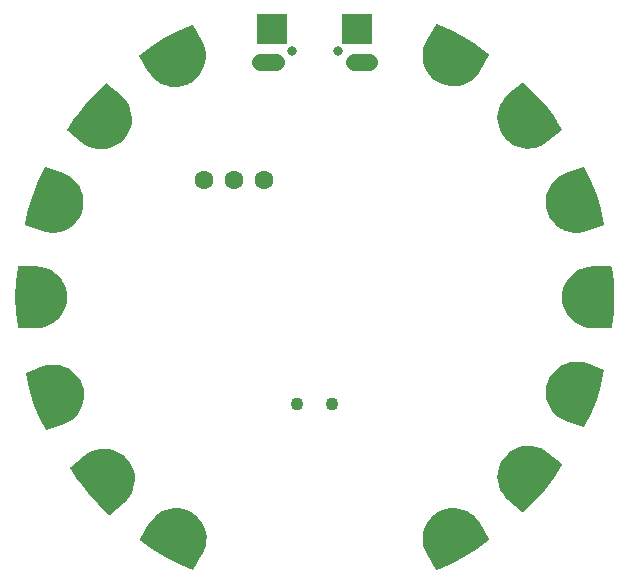
<source format=gbr>
G04 EAGLE Gerber RS-274X export*
G75*
%MOMM*%
%FSLAX34Y34*%
%LPD*%
%INSoldermask Bottom*%
%IPPOS*%
%AMOC8*
5,1,8,0,0,1.08239X$1,22.5*%
G01*
%ADD10C,0.801600*%
%ADD11R,2.514600X2.514600*%
%ADD12C,1.409600*%
%ADD13C,4.317600*%
%ADD14C,1.101600*%
%ADD15C,1.601600*%

G36*
X227376Y-110221D02*
X227376Y-110221D01*
X227400Y-110223D01*
X227485Y-110200D01*
X227572Y-110184D01*
X227593Y-110172D01*
X227617Y-110165D01*
X227689Y-110114D01*
X227765Y-110069D01*
X227780Y-110050D01*
X227800Y-110036D01*
X227884Y-109919D01*
X227905Y-109894D01*
X227906Y-109889D01*
X227910Y-109884D01*
X233802Y-98565D01*
X233810Y-98542D01*
X233826Y-98515D01*
X238709Y-86726D01*
X238714Y-86702D01*
X238728Y-86674D01*
X242565Y-74504D01*
X242568Y-74479D01*
X242579Y-74450D01*
X245341Y-61992D01*
X245342Y-61968D01*
X245350Y-61944D01*
X245347Y-61856D01*
X245350Y-61768D01*
X245343Y-61745D01*
X245342Y-61720D01*
X245308Y-61638D01*
X245281Y-61555D01*
X245266Y-61535D01*
X245256Y-61513D01*
X245196Y-61448D01*
X245141Y-61379D01*
X245120Y-61366D01*
X245104Y-61348D01*
X244977Y-61280D01*
X244949Y-61263D01*
X244944Y-61262D01*
X244939Y-61259D01*
X230618Y-56046D01*
X230598Y-56043D01*
X230575Y-56032D01*
X227090Y-55039D01*
X227052Y-55035D01*
X227001Y-55020D01*
X223410Y-54533D01*
X223372Y-54535D01*
X223320Y-54527D01*
X219696Y-54556D01*
X219658Y-54563D01*
X219606Y-54563D01*
X216023Y-55108D01*
X215987Y-55120D01*
X215934Y-55128D01*
X212465Y-56176D01*
X212431Y-56193D01*
X212381Y-56208D01*
X209096Y-57740D01*
X209065Y-57762D01*
X209017Y-57784D01*
X205984Y-59767D01*
X205957Y-59794D01*
X205912Y-59822D01*
X203192Y-62217D01*
X203169Y-62247D01*
X203129Y-62282D01*
X200777Y-65039D01*
X200758Y-65072D01*
X200724Y-65112D01*
X198789Y-68176D01*
X198774Y-68212D01*
X198746Y-68256D01*
X197267Y-71564D01*
X197258Y-71601D01*
X197236Y-71649D01*
X196242Y-75135D01*
X196239Y-75173D01*
X196224Y-75223D01*
X195737Y-78814D01*
X195738Y-78852D01*
X195731Y-78905D01*
X195760Y-82529D01*
X195767Y-82566D01*
X195767Y-82619D01*
X196311Y-86202D01*
X196322Y-86234D01*
X196323Y-86254D01*
X196327Y-86266D01*
X196331Y-86290D01*
X197379Y-89759D01*
X197397Y-89793D01*
X197412Y-89844D01*
X198943Y-93128D01*
X198965Y-93159D01*
X198987Y-93207D01*
X200971Y-96240D01*
X200997Y-96268D01*
X201025Y-96312D01*
X203420Y-99032D01*
X203450Y-99056D01*
X203485Y-99096D01*
X206242Y-101447D01*
X206275Y-101466D01*
X206315Y-101501D01*
X209380Y-103436D01*
X209415Y-103450D01*
X209459Y-103478D01*
X212768Y-104958D01*
X212787Y-104963D01*
X212810Y-104975D01*
X227131Y-110187D01*
X227155Y-110191D01*
X227177Y-110202D01*
X227264Y-110210D01*
X227352Y-110225D01*
X227376Y-110221D01*
G37*
G36*
X-219696Y54556D02*
X-219696Y54556D01*
X-219658Y54563D01*
X-219606Y54563D01*
X-216023Y55108D01*
X-215987Y55120D01*
X-215934Y55128D01*
X-212465Y56176D01*
X-212431Y56193D01*
X-212381Y56208D01*
X-209096Y57740D01*
X-209065Y57762D01*
X-209017Y57784D01*
X-205984Y59767D01*
X-205957Y59794D01*
X-205912Y59822D01*
X-203192Y62217D01*
X-203169Y62247D01*
X-203129Y62282D01*
X-200777Y65039D01*
X-200758Y65072D01*
X-200724Y65112D01*
X-198789Y68176D01*
X-198774Y68212D01*
X-198746Y68256D01*
X-197267Y71564D01*
X-197258Y71601D01*
X-197236Y71649D01*
X-196242Y75135D01*
X-196239Y75173D01*
X-196224Y75223D01*
X-195737Y78814D01*
X-195738Y78852D01*
X-195731Y78905D01*
X-195760Y82529D01*
X-195767Y82566D01*
X-195767Y82619D01*
X-196311Y86202D01*
X-196323Y86238D01*
X-196331Y86290D01*
X-197379Y89759D01*
X-197397Y89793D01*
X-197412Y89844D01*
X-198943Y93128D01*
X-198965Y93159D01*
X-198987Y93207D01*
X-200971Y96240D01*
X-200997Y96268D01*
X-201025Y96312D01*
X-203420Y99032D01*
X-203450Y99056D01*
X-203485Y99096D01*
X-206242Y101447D01*
X-206275Y101466D01*
X-206315Y101501D01*
X-209380Y103436D01*
X-209415Y103450D01*
X-209459Y103478D01*
X-212768Y104958D01*
X-212787Y104963D01*
X-212810Y104975D01*
X-227131Y110187D01*
X-227155Y110191D01*
X-227177Y110202D01*
X-227264Y110210D01*
X-227352Y110225D01*
X-227376Y110221D01*
X-227400Y110223D01*
X-227485Y110200D01*
X-227572Y110184D01*
X-227593Y110172D01*
X-227617Y110165D01*
X-227689Y110114D01*
X-227765Y110069D01*
X-227780Y110050D01*
X-227800Y110036D01*
X-227884Y109919D01*
X-227905Y109894D01*
X-227906Y109889D01*
X-227910Y109884D01*
X-233802Y98565D01*
X-233810Y98542D01*
X-233826Y98515D01*
X-238709Y86726D01*
X-238714Y86702D01*
X-238728Y86674D01*
X-242565Y74504D01*
X-242568Y74479D01*
X-242579Y74450D01*
X-245341Y61992D01*
X-245342Y61968D01*
X-245350Y61944D01*
X-245347Y61856D01*
X-245350Y61768D01*
X-245343Y61745D01*
X-245342Y61720D01*
X-245308Y61638D01*
X-245281Y61555D01*
X-245266Y61535D01*
X-245256Y61513D01*
X-245196Y61448D01*
X-245141Y61379D01*
X-245120Y61366D01*
X-245104Y61348D01*
X-244977Y61280D01*
X-244949Y61263D01*
X-244944Y61262D01*
X-244939Y61259D01*
X-230618Y56046D01*
X-230598Y56043D01*
X-230575Y56032D01*
X-227090Y55039D01*
X-227052Y55035D01*
X-227001Y55020D01*
X-223410Y54533D01*
X-223372Y54535D01*
X-223320Y54527D01*
X-219696Y54556D01*
G37*
G36*
X-226704Y-112761D02*
X-226704Y-112761D01*
X-226679Y-112765D01*
X-226538Y-112736D01*
X-226506Y-112731D01*
X-226502Y-112728D01*
X-226496Y-112727D01*
X-212175Y-107515D01*
X-212157Y-107505D01*
X-212133Y-107498D01*
X-208824Y-106018D01*
X-208793Y-105997D01*
X-208745Y-105976D01*
X-205680Y-104041D01*
X-205652Y-104015D01*
X-205607Y-103987D01*
X-202850Y-101636D01*
X-202826Y-101606D01*
X-202785Y-101572D01*
X-200390Y-98852D01*
X-200371Y-98820D01*
X-200336Y-98780D01*
X-198352Y-95747D01*
X-198337Y-95712D01*
X-198308Y-95668D01*
X-196777Y-92384D01*
X-196767Y-92347D01*
X-196744Y-92299D01*
X-195696Y-88830D01*
X-195691Y-88792D01*
X-195676Y-88742D01*
X-195132Y-85159D01*
X-195133Y-85121D01*
X-195125Y-85069D01*
X-195096Y-81445D01*
X-195102Y-81407D01*
X-195102Y-81354D01*
X-195589Y-77763D01*
X-195592Y-77753D01*
X-195592Y-77751D01*
X-195595Y-77744D01*
X-195601Y-77727D01*
X-195607Y-77675D01*
X-196601Y-74189D01*
X-196617Y-74155D01*
X-196632Y-74104D01*
X-198111Y-70796D01*
X-198132Y-70764D01*
X-198154Y-70716D01*
X-200089Y-67652D01*
X-200114Y-67624D01*
X-200142Y-67579D01*
X-202494Y-64822D01*
X-202523Y-64797D01*
X-202557Y-64757D01*
X-205277Y-62362D01*
X-205310Y-62342D01*
X-205349Y-62307D01*
X-208382Y-60324D01*
X-208418Y-60309D01*
X-208461Y-60280D01*
X-211746Y-58748D01*
X-211783Y-58739D01*
X-211830Y-58716D01*
X-213380Y-58248D01*
X-215299Y-57668D01*
X-215337Y-57663D01*
X-215388Y-57648D01*
X-218971Y-57103D01*
X-219009Y-57104D01*
X-219061Y-57096D01*
X-222685Y-57067D01*
X-222722Y-57074D01*
X-222775Y-57073D01*
X-226366Y-57560D01*
X-226403Y-57572D01*
X-226455Y-57579D01*
X-229940Y-58572D01*
X-229958Y-58581D01*
X-229983Y-58586D01*
X-244304Y-63799D01*
X-244325Y-63811D01*
X-244349Y-63817D01*
X-244421Y-63867D01*
X-244498Y-63912D01*
X-244514Y-63930D01*
X-244534Y-63944D01*
X-244584Y-64017D01*
X-244640Y-64085D01*
X-244648Y-64108D01*
X-244663Y-64128D01*
X-244685Y-64214D01*
X-244714Y-64297D01*
X-244713Y-64321D01*
X-244719Y-64345D01*
X-244709Y-64489D01*
X-244709Y-64521D01*
X-244707Y-64526D01*
X-244706Y-64532D01*
X-241944Y-76990D01*
X-241935Y-77013D01*
X-241930Y-77044D01*
X-238093Y-89214D01*
X-238082Y-89235D01*
X-238074Y-89266D01*
X-233191Y-101055D01*
X-233177Y-101076D01*
X-233167Y-101105D01*
X-227275Y-112424D01*
X-227260Y-112443D01*
X-227251Y-112466D01*
X-227192Y-112532D01*
X-227138Y-112602D01*
X-227117Y-112614D01*
X-227101Y-112633D01*
X-227022Y-112674D01*
X-226948Y-112720D01*
X-226924Y-112725D01*
X-226902Y-112736D01*
X-226814Y-112748D01*
X-226728Y-112765D01*
X-226704Y-112761D01*
G37*
G36*
X223357Y54534D02*
X223357Y54534D01*
X223410Y54533D01*
X227001Y55020D01*
X227038Y55032D01*
X227090Y55039D01*
X230575Y56032D01*
X230593Y56041D01*
X230618Y56046D01*
X244939Y61259D01*
X244960Y61271D01*
X244984Y61277D01*
X245056Y61327D01*
X245133Y61372D01*
X245149Y61390D01*
X245169Y61404D01*
X245219Y61477D01*
X245275Y61545D01*
X245283Y61568D01*
X245298Y61588D01*
X245320Y61674D01*
X245349Y61757D01*
X245348Y61781D01*
X245354Y61805D01*
X245344Y61949D01*
X245344Y61981D01*
X245342Y61986D01*
X245341Y61992D01*
X242579Y74450D01*
X242570Y74473D01*
X242565Y74504D01*
X238728Y86674D01*
X238717Y86695D01*
X238709Y86726D01*
X233826Y98515D01*
X233812Y98536D01*
X233802Y98565D01*
X227910Y109884D01*
X227895Y109903D01*
X227886Y109926D01*
X227827Y109992D01*
X227773Y110062D01*
X227752Y110074D01*
X227736Y110093D01*
X227657Y110134D01*
X227583Y110180D01*
X227559Y110185D01*
X227537Y110196D01*
X227449Y110208D01*
X227363Y110225D01*
X227339Y110221D01*
X227314Y110225D01*
X227173Y110196D01*
X227141Y110191D01*
X227137Y110188D01*
X227131Y110187D01*
X212810Y104975D01*
X212792Y104965D01*
X212768Y104958D01*
X209459Y103478D01*
X209428Y103457D01*
X209380Y103436D01*
X206315Y101501D01*
X206287Y101475D01*
X206242Y101447D01*
X203485Y99096D01*
X203461Y99066D01*
X203420Y99032D01*
X201025Y96312D01*
X201006Y96280D01*
X200971Y96240D01*
X198987Y93207D01*
X198972Y93172D01*
X198943Y93128D01*
X197412Y89844D01*
X197402Y89807D01*
X197379Y89759D01*
X196331Y86290D01*
X196326Y86252D01*
X196311Y86202D01*
X195767Y82619D01*
X195768Y82581D01*
X195760Y82529D01*
X195731Y78905D01*
X195737Y78867D01*
X195737Y78814D01*
X196224Y75223D01*
X196236Y75187D01*
X196242Y75135D01*
X197236Y71649D01*
X197252Y71615D01*
X197267Y71564D01*
X198746Y68256D01*
X198767Y68224D01*
X198789Y68176D01*
X200724Y65112D01*
X200749Y65084D01*
X200777Y65039D01*
X203129Y62282D01*
X203158Y62257D01*
X203192Y62217D01*
X205912Y59822D01*
X205945Y59802D01*
X205984Y59767D01*
X209017Y57784D01*
X209053Y57769D01*
X209096Y57740D01*
X212381Y56208D01*
X212418Y56199D01*
X212465Y56176D01*
X213631Y55824D01*
X215730Y55189D01*
X215934Y55128D01*
X215972Y55123D01*
X216023Y55108D01*
X219606Y54563D01*
X219644Y54564D01*
X219696Y54556D01*
X223320Y54527D01*
X223357Y54534D01*
G37*
G36*
X-180394Y125104D02*
X-180394Y125104D01*
X-180342Y125101D01*
X-176732Y125417D01*
X-176695Y125427D01*
X-176642Y125431D01*
X-173114Y126257D01*
X-173079Y126272D01*
X-173027Y126284D01*
X-169652Y127604D01*
X-169620Y127624D01*
X-169571Y127643D01*
X-166418Y129430D01*
X-166388Y129455D01*
X-166342Y129480D01*
X-163476Y131698D01*
X-163451Y131726D01*
X-163409Y131758D01*
X-160887Y134361D01*
X-160866Y134393D01*
X-160829Y134431D01*
X-158703Y137366D01*
X-158687Y137400D01*
X-158656Y137443D01*
X-156970Y140651D01*
X-156958Y140687D01*
X-156933Y140734D01*
X-155721Y144149D01*
X-155715Y144186D01*
X-155697Y144236D01*
X-154983Y147789D01*
X-154982Y147821D01*
X-154976Y147838D01*
X-154977Y147852D01*
X-154971Y147879D01*
X-154770Y151497D01*
X-154775Y151535D01*
X-154771Y151588D01*
X-155087Y155198D01*
X-155097Y155235D01*
X-155102Y155287D01*
X-155928Y158816D01*
X-155943Y158851D01*
X-155955Y158902D01*
X-157275Y162277D01*
X-157295Y162310D01*
X-157314Y162359D01*
X-159101Y165512D01*
X-159125Y165541D01*
X-159151Y165587D01*
X-161369Y168453D01*
X-161397Y168479D01*
X-161429Y168521D01*
X-164032Y171042D01*
X-164049Y171054D01*
X-164066Y171073D01*
X-175740Y180869D01*
X-175761Y180881D01*
X-175778Y180899D01*
X-175858Y180936D01*
X-175935Y180980D01*
X-175959Y180984D01*
X-175981Y180995D01*
X-176069Y181003D01*
X-176156Y181017D01*
X-176180Y181013D01*
X-176205Y181015D01*
X-176290Y180991D01*
X-176376Y180975D01*
X-176397Y180962D01*
X-176421Y180955D01*
X-176540Y180875D01*
X-176568Y180858D01*
X-176571Y180854D01*
X-176576Y180851D01*
X-185984Y172230D01*
X-185999Y172210D01*
X-186024Y172191D01*
X-194645Y162782D01*
X-194658Y162762D01*
X-194680Y162740D01*
X-202448Y152616D01*
X-202460Y152595D01*
X-202480Y152571D01*
X-209336Y141809D01*
X-209346Y141786D01*
X-209361Y141767D01*
X-209388Y141683D01*
X-209422Y141601D01*
X-209422Y141577D01*
X-209430Y141553D01*
X-209426Y141465D01*
X-209429Y141377D01*
X-209421Y141354D01*
X-209420Y141329D01*
X-209386Y141248D01*
X-209358Y141164D01*
X-209343Y141145D01*
X-209333Y141122D01*
X-209238Y141015D01*
X-209218Y140989D01*
X-209213Y140987D01*
X-209209Y140982D01*
X-197535Y131186D01*
X-197517Y131176D01*
X-197499Y131158D01*
X-194564Y129033D01*
X-194529Y129016D01*
X-194487Y128985D01*
X-191279Y127299D01*
X-191242Y127287D01*
X-191196Y127263D01*
X-187781Y126050D01*
X-187743Y126044D01*
X-187694Y126026D01*
X-184141Y125312D01*
X-184102Y125311D01*
X-184051Y125300D01*
X-180432Y125099D01*
X-180394Y125104D01*
G37*
G36*
X-173603Y-184188D02*
X-173603Y-184188D01*
X-173579Y-184192D01*
X-173493Y-184172D01*
X-173405Y-184159D01*
X-173384Y-184147D01*
X-173360Y-184142D01*
X-173237Y-184066D01*
X-173209Y-184051D01*
X-173205Y-184047D01*
X-173200Y-184044D01*
X-161526Y-174248D01*
X-161513Y-174232D01*
X-161492Y-174217D01*
X-158889Y-171696D01*
X-158867Y-171665D01*
X-158829Y-171628D01*
X-156611Y-168762D01*
X-156594Y-168728D01*
X-156561Y-168687D01*
X-154774Y-165534D01*
X-154761Y-165498D01*
X-154735Y-165452D01*
X-153415Y-162077D01*
X-153408Y-162040D01*
X-153388Y-161991D01*
X-152562Y-158462D01*
X-152560Y-158424D01*
X-152547Y-158373D01*
X-152231Y-154763D01*
X-152235Y-154725D01*
X-152230Y-154672D01*
X-152431Y-151054D01*
X-152440Y-151017D01*
X-152443Y-150964D01*
X-153157Y-147411D01*
X-153171Y-147375D01*
X-153181Y-147324D01*
X-154393Y-143909D01*
X-154412Y-143875D01*
X-154430Y-143826D01*
X-156116Y-140618D01*
X-156139Y-140588D01*
X-156163Y-140541D01*
X-158289Y-137606D01*
X-158316Y-137579D01*
X-158347Y-137536D01*
X-160869Y-134933D01*
X-160900Y-134911D01*
X-160936Y-134873D01*
X-163802Y-132655D01*
X-163836Y-132638D01*
X-163878Y-132605D01*
X-167031Y-130818D01*
X-167067Y-130806D01*
X-167112Y-130779D01*
X-170487Y-129459D01*
X-170525Y-129452D01*
X-170574Y-129432D01*
X-174102Y-128606D01*
X-174140Y-128604D01*
X-174192Y-128592D01*
X-177802Y-128276D01*
X-177840Y-128279D01*
X-177892Y-128274D01*
X-181511Y-128475D01*
X-181548Y-128484D01*
X-181601Y-128487D01*
X-185154Y-129201D01*
X-185189Y-129215D01*
X-185241Y-129225D01*
X-188656Y-130438D01*
X-188689Y-130456D01*
X-188739Y-130474D01*
X-191947Y-132160D01*
X-191977Y-132183D01*
X-192024Y-132208D01*
X-194959Y-134333D01*
X-194973Y-134348D01*
X-194995Y-134361D01*
X-206669Y-144157D01*
X-206685Y-144176D01*
X-206705Y-144190D01*
X-206756Y-144261D01*
X-206813Y-144329D01*
X-206821Y-144352D01*
X-206835Y-144372D01*
X-206858Y-144458D01*
X-206887Y-144541D01*
X-206887Y-144565D01*
X-206893Y-144589D01*
X-206885Y-144677D01*
X-206884Y-144765D01*
X-206875Y-144788D01*
X-206873Y-144812D01*
X-206814Y-144943D01*
X-206802Y-144974D01*
X-206799Y-144978D01*
X-206796Y-144984D01*
X-199940Y-155746D01*
X-199923Y-155764D01*
X-199908Y-155791D01*
X-192140Y-165915D01*
X-192122Y-165931D01*
X-192105Y-165957D01*
X-183484Y-175366D01*
X-183464Y-175380D01*
X-183444Y-175405D01*
X-174036Y-184026D01*
X-174016Y-184039D01*
X-173999Y-184057D01*
X-173921Y-184098D01*
X-173847Y-184146D01*
X-173823Y-184151D01*
X-173801Y-184162D01*
X-173714Y-184174D01*
X-173627Y-184192D01*
X-173603Y-184188D01*
G37*
G36*
X176180Y-181648D02*
X176180Y-181648D01*
X176205Y-181650D01*
X176290Y-181626D01*
X176376Y-181610D01*
X176397Y-181597D01*
X176421Y-181590D01*
X176540Y-181510D01*
X176568Y-181493D01*
X176571Y-181489D01*
X176576Y-181486D01*
X185984Y-172865D01*
X185999Y-172845D01*
X186024Y-172826D01*
X194645Y-163417D01*
X194658Y-163397D01*
X194680Y-163375D01*
X202448Y-153251D01*
X202460Y-153230D01*
X202480Y-153206D01*
X209336Y-142444D01*
X209346Y-142421D01*
X209361Y-142402D01*
X209388Y-142318D01*
X209422Y-142236D01*
X209422Y-142212D01*
X209430Y-142188D01*
X209426Y-142100D01*
X209429Y-142012D01*
X209421Y-141989D01*
X209420Y-141964D01*
X209386Y-141883D01*
X209358Y-141799D01*
X209343Y-141780D01*
X209333Y-141757D01*
X209238Y-141650D01*
X209218Y-141624D01*
X209213Y-141622D01*
X209209Y-141617D01*
X197535Y-131821D01*
X197517Y-131811D01*
X197499Y-131793D01*
X194564Y-129668D01*
X194529Y-129651D01*
X194487Y-129620D01*
X191279Y-127934D01*
X191242Y-127922D01*
X191196Y-127898D01*
X187781Y-126685D01*
X187743Y-126679D01*
X187694Y-126661D01*
X184141Y-125947D01*
X184102Y-125946D01*
X184051Y-125935D01*
X180432Y-125734D01*
X180394Y-125739D01*
X180342Y-125736D01*
X176732Y-126052D01*
X176695Y-126062D01*
X176642Y-126066D01*
X173114Y-126892D01*
X173079Y-126907D01*
X173027Y-126919D01*
X169652Y-128239D01*
X169620Y-128259D01*
X169571Y-128278D01*
X166418Y-130065D01*
X166388Y-130090D01*
X166342Y-130115D01*
X163476Y-132333D01*
X163451Y-132361D01*
X163409Y-132393D01*
X160887Y-134996D01*
X160866Y-135028D01*
X160829Y-135066D01*
X158703Y-138001D01*
X158687Y-138035D01*
X158656Y-138078D01*
X156970Y-141286D01*
X156958Y-141322D01*
X156933Y-141369D01*
X155721Y-144784D01*
X155715Y-144821D01*
X155697Y-144871D01*
X154983Y-148424D01*
X154982Y-148462D01*
X154971Y-148514D01*
X154770Y-152132D01*
X154775Y-152170D01*
X154771Y-152223D01*
X155087Y-155833D01*
X155097Y-155870D01*
X155102Y-155922D01*
X155928Y-159451D01*
X155943Y-159486D01*
X155955Y-159537D01*
X157275Y-162912D01*
X157295Y-162945D01*
X157314Y-162994D01*
X159101Y-166147D01*
X159125Y-166176D01*
X159151Y-166222D01*
X161369Y-169088D01*
X161397Y-169114D01*
X161429Y-169156D01*
X164032Y-171677D01*
X164049Y-171689D01*
X164066Y-171708D01*
X175740Y-181504D01*
X175761Y-181516D01*
X175778Y-181534D01*
X175858Y-181571D01*
X175935Y-181615D01*
X175959Y-181619D01*
X175981Y-181630D01*
X176069Y-181638D01*
X176156Y-181652D01*
X176180Y-181648D01*
G37*
G36*
X184051Y125935D02*
X184051Y125935D01*
X184088Y125944D01*
X184141Y125947D01*
X187694Y126661D01*
X187729Y126675D01*
X187781Y126685D01*
X191196Y127898D01*
X191229Y127916D01*
X191279Y127934D01*
X194487Y129620D01*
X194517Y129643D01*
X194564Y129668D01*
X197499Y131793D01*
X197513Y131808D01*
X197535Y131821D01*
X209209Y141617D01*
X209225Y141636D01*
X209245Y141650D01*
X209296Y141721D01*
X209353Y141789D01*
X209361Y141812D01*
X209375Y141832D01*
X209398Y141918D01*
X209427Y142001D01*
X209427Y142025D01*
X209433Y142049D01*
X209425Y142137D01*
X209424Y142225D01*
X209415Y142248D01*
X209413Y142272D01*
X209354Y142403D01*
X209342Y142434D01*
X209339Y142438D01*
X209336Y142444D01*
X209261Y142562D01*
X208857Y143196D01*
X208857Y143197D01*
X208453Y143831D01*
X208049Y144465D01*
X207645Y145099D01*
X207241Y145733D01*
X207241Y145734D01*
X207240Y145734D01*
X206836Y146368D01*
X206432Y147002D01*
X206028Y147636D01*
X205624Y148270D01*
X205624Y148271D01*
X205220Y148905D01*
X204816Y149539D01*
X202480Y153206D01*
X202463Y153224D01*
X202448Y153251D01*
X194680Y163375D01*
X194662Y163391D01*
X194645Y163417D01*
X186024Y172826D01*
X186004Y172840D01*
X185984Y172865D01*
X176576Y181486D01*
X176556Y181499D01*
X176539Y181517D01*
X176461Y181558D01*
X176387Y181606D01*
X176363Y181611D01*
X176341Y181622D01*
X176254Y181634D01*
X176167Y181652D01*
X176143Y181648D01*
X176119Y181652D01*
X176033Y181632D01*
X175945Y181619D01*
X175924Y181607D01*
X175900Y181602D01*
X175777Y181526D01*
X175749Y181511D01*
X175745Y181507D01*
X175740Y181504D01*
X164066Y171708D01*
X164053Y171692D01*
X164032Y171677D01*
X161429Y169156D01*
X161407Y169125D01*
X161369Y169088D01*
X159151Y166222D01*
X159134Y166188D01*
X159101Y166147D01*
X157314Y162994D01*
X157301Y162958D01*
X157275Y162912D01*
X155955Y159537D01*
X155948Y159500D01*
X155928Y159451D01*
X155102Y155922D01*
X155100Y155884D01*
X155087Y155833D01*
X154771Y152223D01*
X154775Y152185D01*
X154770Y152132D01*
X154971Y148514D01*
X154980Y148477D01*
X154983Y148424D01*
X155697Y144871D01*
X155711Y144835D01*
X155721Y144784D01*
X156933Y141369D01*
X156952Y141335D01*
X156970Y141286D01*
X158656Y138078D01*
X158679Y138048D01*
X158703Y138001D01*
X160829Y135066D01*
X160856Y135039D01*
X160887Y134996D01*
X163409Y132393D01*
X163440Y132371D01*
X163476Y132333D01*
X166342Y130115D01*
X166376Y130098D01*
X166418Y130065D01*
X169571Y128278D01*
X169607Y128266D01*
X169652Y128239D01*
X173027Y126919D01*
X173065Y126912D01*
X173114Y126892D01*
X176642Y126066D01*
X176680Y126064D01*
X176732Y126052D01*
X180342Y125736D01*
X180380Y125739D01*
X180432Y125734D01*
X184051Y125935D01*
G37*
G36*
X103134Y-231077D02*
X103134Y-231077D01*
X103159Y-231079D01*
X103299Y-231044D01*
X103330Y-231037D01*
X103335Y-231035D01*
X103341Y-231033D01*
X115130Y-226150D01*
X115151Y-226137D01*
X115180Y-226126D01*
X126499Y-220234D01*
X126518Y-220219D01*
X126547Y-220207D01*
X137309Y-213350D01*
X137327Y-213334D01*
X137354Y-213319D01*
X147478Y-205550D01*
X147495Y-205532D01*
X147515Y-205519D01*
X147570Y-205450D01*
X147629Y-205384D01*
X147638Y-205362D01*
X147653Y-205342D01*
X147680Y-205259D01*
X147713Y-205176D01*
X147714Y-205152D01*
X147721Y-205129D01*
X147717Y-205040D01*
X147719Y-204952D01*
X147711Y-204929D01*
X147710Y-204904D01*
X147657Y-204771D01*
X147647Y-204740D01*
X147644Y-204736D01*
X147641Y-204730D01*
X140021Y-191532D01*
X140008Y-191516D01*
X139997Y-191493D01*
X137966Y-188492D01*
X137939Y-188465D01*
X137910Y-188421D01*
X135472Y-185740D01*
X135442Y-185716D01*
X135407Y-185677D01*
X132612Y-183370D01*
X132579Y-183351D01*
X132539Y-183317D01*
X129444Y-181431D01*
X129408Y-181417D01*
X129364Y-181390D01*
X126032Y-179963D01*
X125995Y-179954D01*
X125947Y-179933D01*
X122446Y-178995D01*
X122408Y-178992D01*
X122357Y-178978D01*
X118759Y-178548D01*
X118721Y-178550D01*
X118668Y-178544D01*
X115045Y-178630D01*
X115008Y-178638D01*
X114955Y-178639D01*
X111382Y-179239D01*
X111346Y-179252D01*
X111294Y-179261D01*
X107842Y-180364D01*
X107815Y-180378D01*
X107799Y-180381D01*
X107785Y-180389D01*
X107758Y-180398D01*
X104498Y-181981D01*
X104467Y-182004D01*
X104420Y-182027D01*
X101418Y-184058D01*
X101391Y-184085D01*
X101347Y-184114D01*
X98666Y-186552D01*
X98642Y-186582D01*
X98603Y-186617D01*
X96296Y-189412D01*
X96277Y-189445D01*
X96243Y-189485D01*
X94357Y-192580D01*
X94343Y-192615D01*
X94316Y-192660D01*
X92889Y-195992D01*
X92880Y-196029D01*
X92859Y-196077D01*
X91921Y-199578D01*
X91918Y-199616D01*
X91904Y-199667D01*
X91474Y-203265D01*
X91476Y-203303D01*
X91470Y-203355D01*
X91556Y-206978D01*
X91564Y-207016D01*
X91565Y-207069D01*
X92166Y-210642D01*
X92178Y-210678D01*
X92187Y-210730D01*
X93290Y-214182D01*
X93308Y-214216D01*
X93324Y-214266D01*
X94907Y-217526D01*
X94919Y-217542D01*
X94929Y-217566D01*
X102549Y-230764D01*
X102564Y-230783D01*
X102574Y-230805D01*
X102636Y-230868D01*
X102693Y-230936D01*
X102715Y-230948D01*
X102732Y-230965D01*
X102812Y-231003D01*
X102889Y-231046D01*
X102913Y-231050D01*
X102935Y-231060D01*
X103023Y-231067D01*
X103110Y-231081D01*
X103134Y-231077D01*
G37*
G36*
X-235565Y-26031D02*
X-235565Y-26031D01*
X-235540Y-26033D01*
X-231925Y-25774D01*
X-231888Y-25765D01*
X-231835Y-25761D01*
X-228294Y-24991D01*
X-228259Y-24976D01*
X-228207Y-24965D01*
X-224812Y-23699D01*
X-224779Y-23679D01*
X-224730Y-23661D01*
X-221549Y-21925D01*
X-221519Y-21901D01*
X-221473Y-21876D01*
X-218571Y-19704D01*
X-218545Y-19676D01*
X-218503Y-19645D01*
X-215941Y-17082D01*
X-215919Y-17051D01*
X-215881Y-17014D01*
X-213709Y-14112D01*
X-213692Y-14078D01*
X-213661Y-14036D01*
X-211924Y-10856D01*
X-211912Y-10819D01*
X-211886Y-10773D01*
X-210620Y-7378D01*
X-210613Y-7340D01*
X-210594Y-7291D01*
X-209824Y-3750D01*
X-209822Y-3712D01*
X-209811Y-3660D01*
X-209552Y-45D01*
X-209556Y-7D01*
X-209552Y45D01*
X-209811Y3660D01*
X-209820Y3697D01*
X-209824Y3750D01*
X-210594Y7291D01*
X-210609Y7326D01*
X-210620Y7378D01*
X-211886Y10773D01*
X-211906Y10806D01*
X-211924Y10856D01*
X-213661Y14036D01*
X-213684Y14066D01*
X-213709Y14112D01*
X-215881Y17014D01*
X-215909Y17040D01*
X-215941Y17082D01*
X-218503Y19645D01*
X-218534Y19666D01*
X-218571Y19704D01*
X-221473Y21876D01*
X-221507Y21893D01*
X-221549Y21925D01*
X-224730Y23661D01*
X-224766Y23673D01*
X-224812Y23699D01*
X-228207Y24965D01*
X-228245Y24972D01*
X-228294Y24991D01*
X-231835Y25761D01*
X-231873Y25763D01*
X-231925Y25774D01*
X-235540Y26033D01*
X-235560Y26031D01*
X-235585Y26034D01*
X-250825Y26034D01*
X-250849Y26030D01*
X-250873Y26032D01*
X-250959Y26010D01*
X-251046Y25995D01*
X-251067Y25982D01*
X-251091Y25976D01*
X-251163Y25925D01*
X-251239Y25880D01*
X-251254Y25862D01*
X-251275Y25847D01*
X-251325Y25775D01*
X-251380Y25706D01*
X-251388Y25683D01*
X-251402Y25663D01*
X-251442Y25525D01*
X-251452Y25494D01*
X-251452Y25489D01*
X-251454Y25483D01*
X-253119Y12831D01*
X-253118Y12807D01*
X-253124Y12776D01*
X-253681Y28D01*
X-253678Y3D01*
X-253681Y-28D01*
X-253124Y-12776D01*
X-253119Y-12800D01*
X-253119Y-12831D01*
X-251454Y-25483D01*
X-251446Y-25506D01*
X-251446Y-25531D01*
X-251413Y-25612D01*
X-251386Y-25697D01*
X-251371Y-25716D01*
X-251361Y-25738D01*
X-251302Y-25804D01*
X-251247Y-25873D01*
X-251227Y-25886D01*
X-251210Y-25904D01*
X-251131Y-25944D01*
X-251056Y-25991D01*
X-251032Y-25995D01*
X-251010Y-26007D01*
X-250868Y-26028D01*
X-250836Y-26034D01*
X-250831Y-26033D01*
X-250825Y-26034D01*
X-235585Y-26034D01*
X-235565Y-26031D01*
G37*
G36*
X250849Y-26030D02*
X250849Y-26030D01*
X250873Y-26032D01*
X250959Y-26010D01*
X251046Y-25995D01*
X251067Y-25982D01*
X251091Y-25976D01*
X251163Y-25925D01*
X251239Y-25880D01*
X251254Y-25862D01*
X251275Y-25847D01*
X251325Y-25775D01*
X251380Y-25706D01*
X251388Y-25683D01*
X251402Y-25663D01*
X251442Y-25525D01*
X251452Y-25494D01*
X251452Y-25489D01*
X251454Y-25483D01*
X253119Y-12831D01*
X253118Y-12811D01*
X253119Y-12809D01*
X253119Y-12803D01*
X253124Y-12776D01*
X253681Y-28D01*
X253678Y-3D01*
X253681Y28D01*
X253124Y12776D01*
X253119Y12800D01*
X253119Y12831D01*
X251454Y25483D01*
X251446Y25506D01*
X251446Y25531D01*
X251413Y25612D01*
X251386Y25697D01*
X251371Y25716D01*
X251361Y25738D01*
X251302Y25804D01*
X251247Y25873D01*
X251227Y25886D01*
X251210Y25904D01*
X251131Y25944D01*
X251056Y25991D01*
X251032Y25995D01*
X251010Y26007D01*
X250868Y26028D01*
X250836Y26034D01*
X250831Y26033D01*
X250825Y26034D01*
X235585Y26034D01*
X235565Y26031D01*
X235540Y26033D01*
X231925Y25774D01*
X231888Y25765D01*
X231835Y25761D01*
X228294Y24991D01*
X228259Y24976D01*
X228207Y24965D01*
X225704Y24032D01*
X224812Y23699D01*
X224779Y23679D01*
X224730Y23661D01*
X221549Y21925D01*
X221519Y21901D01*
X221473Y21876D01*
X218571Y19704D01*
X218545Y19676D01*
X218503Y19645D01*
X215941Y17082D01*
X215919Y17051D01*
X215881Y17014D01*
X213709Y14112D01*
X213692Y14078D01*
X213661Y14036D01*
X211924Y10856D01*
X211912Y10819D01*
X211886Y10773D01*
X210620Y7378D01*
X210613Y7340D01*
X210594Y7291D01*
X209824Y3750D01*
X209822Y3712D01*
X209811Y3660D01*
X209552Y45D01*
X209556Y7D01*
X209552Y-45D01*
X209811Y-3660D01*
X209820Y-3697D01*
X209824Y-3750D01*
X210594Y-7291D01*
X210609Y-7326D01*
X210620Y-7378D01*
X211886Y-10773D01*
X211906Y-10806D01*
X211924Y-10856D01*
X213661Y-14036D01*
X213684Y-14066D01*
X213709Y-14112D01*
X215881Y-17014D01*
X215909Y-17040D01*
X215941Y-17082D01*
X218503Y-19645D01*
X218534Y-19666D01*
X218571Y-19704D01*
X221473Y-21876D01*
X221507Y-21893D01*
X221549Y-21925D01*
X224730Y-23661D01*
X224766Y-23673D01*
X224812Y-23699D01*
X228207Y-24965D01*
X228245Y-24972D01*
X228294Y-24991D01*
X231835Y-25761D01*
X231873Y-25763D01*
X231925Y-25774D01*
X235540Y-26033D01*
X235560Y-26031D01*
X235585Y-26034D01*
X250825Y-26034D01*
X250849Y-26030D01*
G37*
G36*
X-115680Y177995D02*
X-115680Y177995D01*
X-115643Y178003D01*
X-115590Y178004D01*
X-112017Y178604D01*
X-111981Y178617D01*
X-111929Y178626D01*
X-108477Y179729D01*
X-108443Y179747D01*
X-108393Y179763D01*
X-105133Y181346D01*
X-105102Y181369D01*
X-105055Y181392D01*
X-102053Y183423D01*
X-102026Y183450D01*
X-101982Y183479D01*
X-99301Y185917D01*
X-99277Y185947D01*
X-99238Y185982D01*
X-96931Y188777D01*
X-96912Y188810D01*
X-96878Y188850D01*
X-94992Y191945D01*
X-94978Y191980D01*
X-94951Y192025D01*
X-93524Y195357D01*
X-93515Y195394D01*
X-93494Y195442D01*
X-92556Y198943D01*
X-92553Y198981D01*
X-92539Y199032D01*
X-92109Y202630D01*
X-92111Y202668D01*
X-92105Y202720D01*
X-92191Y206343D01*
X-92199Y206381D01*
X-92200Y206434D01*
X-92801Y210007D01*
X-92813Y210043D01*
X-92822Y210095D01*
X-93925Y213547D01*
X-93943Y213581D01*
X-93959Y213631D01*
X-95542Y216891D01*
X-95554Y216907D01*
X-95564Y216931D01*
X-103184Y230129D01*
X-103199Y230148D01*
X-103209Y230170D01*
X-103271Y230233D01*
X-103328Y230301D01*
X-103350Y230313D01*
X-103367Y230330D01*
X-103447Y230368D01*
X-103524Y230411D01*
X-103548Y230415D01*
X-103570Y230425D01*
X-103658Y230432D01*
X-103745Y230446D01*
X-103769Y230442D01*
X-103794Y230444D01*
X-103934Y230409D01*
X-103965Y230402D01*
X-103970Y230400D01*
X-103976Y230398D01*
X-115765Y225515D01*
X-115786Y225502D01*
X-115815Y225491D01*
X-127134Y219599D01*
X-127153Y219584D01*
X-127182Y219572D01*
X-137944Y212715D01*
X-137962Y212699D01*
X-137989Y212684D01*
X-148113Y204915D01*
X-148130Y204897D01*
X-148150Y204884D01*
X-148205Y204815D01*
X-148264Y204749D01*
X-148273Y204727D01*
X-148288Y204707D01*
X-148315Y204624D01*
X-148348Y204541D01*
X-148349Y204517D01*
X-148356Y204494D01*
X-148352Y204405D01*
X-148354Y204317D01*
X-148346Y204294D01*
X-148345Y204269D01*
X-148292Y204136D01*
X-148282Y204105D01*
X-148279Y204101D01*
X-148276Y204095D01*
X-140656Y190897D01*
X-140653Y190893D01*
X-140651Y190889D01*
X-140642Y190879D01*
X-140632Y190858D01*
X-138601Y187857D01*
X-138574Y187830D01*
X-138545Y187786D01*
X-136107Y185105D01*
X-136077Y185081D01*
X-136042Y185042D01*
X-133247Y182735D01*
X-133214Y182716D01*
X-133174Y182682D01*
X-130079Y180796D01*
X-130043Y180782D01*
X-129999Y180755D01*
X-126667Y179328D01*
X-126630Y179319D01*
X-126582Y179298D01*
X-123081Y178360D01*
X-123043Y178357D01*
X-122992Y178343D01*
X-119394Y177913D01*
X-119356Y177915D01*
X-119303Y177909D01*
X-115680Y177995D01*
G37*
G36*
X118706Y178550D02*
X118706Y178550D01*
X118759Y178548D01*
X122357Y178978D01*
X122394Y178989D01*
X122446Y178995D01*
X125947Y179933D01*
X125981Y179950D01*
X126032Y179963D01*
X129364Y181390D01*
X129395Y181410D01*
X129444Y181431D01*
X132539Y183317D01*
X132567Y183342D01*
X132612Y183370D01*
X135407Y185677D01*
X135432Y185706D01*
X135472Y185740D01*
X137910Y188421D01*
X137930Y188453D01*
X137966Y188492D01*
X139997Y191493D01*
X140005Y191512D01*
X140021Y191532D01*
X147641Y204730D01*
X147650Y204753D01*
X147664Y204773D01*
X147687Y204858D01*
X147717Y204941D01*
X147717Y204966D01*
X147724Y204989D01*
X147716Y205077D01*
X147715Y205166D01*
X147706Y205188D01*
X147704Y205213D01*
X147667Y205293D01*
X147635Y205375D01*
X147619Y205393D01*
X147608Y205416D01*
X147509Y205519D01*
X147487Y205544D01*
X147482Y205546D01*
X147478Y205550D01*
X147301Y205686D01*
X146475Y206320D01*
X145648Y206954D01*
X145648Y206955D01*
X144822Y207589D01*
X143995Y208223D01*
X143169Y208857D01*
X143168Y208857D01*
X142342Y209491D01*
X142342Y209492D01*
X141516Y210126D01*
X141515Y210126D01*
X140689Y210760D01*
X139862Y211394D01*
X139036Y212028D01*
X139036Y212029D01*
X138209Y212663D01*
X137383Y213297D01*
X137382Y213297D01*
X137354Y213319D01*
X137333Y213330D01*
X137309Y213350D01*
X126547Y220207D01*
X126524Y220216D01*
X126499Y220234D01*
X115180Y226126D01*
X115157Y226134D01*
X115130Y226150D01*
X103341Y231033D01*
X103317Y231038D01*
X103295Y231050D01*
X103208Y231062D01*
X103121Y231081D01*
X103097Y231078D01*
X103073Y231081D01*
X102987Y231062D01*
X102899Y231050D01*
X102878Y231038D01*
X102854Y231033D01*
X102780Y230985D01*
X102702Y230943D01*
X102686Y230924D01*
X102665Y230911D01*
X102576Y230799D01*
X102554Y230774D01*
X102553Y230769D01*
X102549Y230764D01*
X94929Y217566D01*
X94922Y217548D01*
X94915Y217539D01*
X94913Y217534D01*
X94907Y217526D01*
X93324Y214266D01*
X93314Y214230D01*
X93290Y214182D01*
X92187Y210730D01*
X92182Y210693D01*
X92166Y210642D01*
X91565Y207069D01*
X91565Y207030D01*
X91556Y206978D01*
X91470Y203355D01*
X91476Y203318D01*
X91474Y203265D01*
X91904Y199667D01*
X91915Y199630D01*
X91921Y199578D01*
X92859Y196077D01*
X92876Y196043D01*
X92889Y195992D01*
X94316Y192660D01*
X94337Y192628D01*
X94357Y192580D01*
X96243Y189485D01*
X96268Y189457D01*
X96296Y189412D01*
X98603Y186617D01*
X98632Y186592D01*
X98666Y186552D01*
X101347Y184114D01*
X101379Y184094D01*
X101418Y184058D01*
X104420Y182027D01*
X104454Y182011D01*
X104498Y181981D01*
X107758Y180398D01*
X107794Y180388D01*
X107842Y180364D01*
X111294Y179261D01*
X111331Y179256D01*
X111382Y179239D01*
X114955Y178639D01*
X114994Y178639D01*
X115045Y178630D01*
X118668Y178544D01*
X118706Y178550D01*
G37*
G36*
X-103097Y-231078D02*
X-103097Y-231078D01*
X-103073Y-231081D01*
X-102987Y-231062D01*
X-102899Y-231050D01*
X-102878Y-231038D01*
X-102854Y-231033D01*
X-102780Y-230985D01*
X-102702Y-230943D01*
X-102686Y-230924D01*
X-102665Y-230911D01*
X-102576Y-230799D01*
X-102554Y-230774D01*
X-102553Y-230769D01*
X-102549Y-230764D01*
X-94929Y-217566D01*
X-94922Y-217547D01*
X-94907Y-217526D01*
X-93324Y-214266D01*
X-93314Y-214230D01*
X-93290Y-214182D01*
X-92187Y-210730D01*
X-92182Y-210693D01*
X-92166Y-210642D01*
X-91565Y-207069D01*
X-91565Y-207030D01*
X-91556Y-206978D01*
X-91470Y-203355D01*
X-91476Y-203318D01*
X-91474Y-203265D01*
X-91904Y-199667D01*
X-91915Y-199630D01*
X-91921Y-199578D01*
X-92859Y-196077D01*
X-92876Y-196043D01*
X-92889Y-195992D01*
X-94316Y-192660D01*
X-94337Y-192628D01*
X-94357Y-192580D01*
X-96243Y-189485D01*
X-96268Y-189457D01*
X-96296Y-189412D01*
X-98603Y-186617D01*
X-98632Y-186592D01*
X-98666Y-186552D01*
X-101347Y-184114D01*
X-101379Y-184094D01*
X-101418Y-184058D01*
X-104420Y-182027D01*
X-104454Y-182011D01*
X-104498Y-181981D01*
X-107758Y-180398D01*
X-107794Y-180388D01*
X-107842Y-180364D01*
X-111294Y-179261D01*
X-111331Y-179256D01*
X-111382Y-179239D01*
X-114955Y-178639D01*
X-114994Y-178639D01*
X-115045Y-178630D01*
X-118668Y-178544D01*
X-118706Y-178550D01*
X-118759Y-178548D01*
X-122357Y-178978D01*
X-122394Y-178989D01*
X-122446Y-178995D01*
X-125947Y-179933D01*
X-125981Y-179950D01*
X-126032Y-179963D01*
X-129364Y-181390D01*
X-129395Y-181410D01*
X-129444Y-181431D01*
X-132539Y-183317D01*
X-132567Y-183342D01*
X-132612Y-183370D01*
X-135407Y-185677D01*
X-135432Y-185706D01*
X-135472Y-185740D01*
X-137910Y-188421D01*
X-137930Y-188453D01*
X-137966Y-188492D01*
X-139997Y-191493D01*
X-140005Y-191512D01*
X-140021Y-191532D01*
X-147641Y-204730D01*
X-147650Y-204753D01*
X-147664Y-204773D01*
X-147687Y-204858D01*
X-147717Y-204941D01*
X-147717Y-204966D01*
X-147724Y-204989D01*
X-147716Y-205077D01*
X-147715Y-205166D01*
X-147706Y-205188D01*
X-147704Y-205213D01*
X-147667Y-205293D01*
X-147635Y-205375D01*
X-147619Y-205393D01*
X-147608Y-205416D01*
X-147509Y-205519D01*
X-147487Y-205544D01*
X-147482Y-205546D01*
X-147478Y-205550D01*
X-147438Y-205581D01*
X-146611Y-206215D01*
X-146611Y-206216D01*
X-145785Y-206850D01*
X-144958Y-207484D01*
X-144132Y-208118D01*
X-143305Y-208752D01*
X-143305Y-208753D01*
X-142479Y-209387D01*
X-142478Y-209387D01*
X-141652Y-210021D01*
X-140825Y-210655D01*
X-139999Y-211289D01*
X-139999Y-211290D01*
X-139172Y-211924D01*
X-138346Y-212558D01*
X-137519Y-213192D01*
X-137354Y-213319D01*
X-137333Y-213330D01*
X-137309Y-213350D01*
X-126547Y-220207D01*
X-126524Y-220216D01*
X-126499Y-220234D01*
X-115180Y-226126D01*
X-115157Y-226134D01*
X-115130Y-226150D01*
X-103341Y-231033D01*
X-103317Y-231038D01*
X-103295Y-231050D01*
X-103208Y-231062D01*
X-103121Y-231081D01*
X-103097Y-231078D01*
G37*
D10*
X19500Y208280D03*
X-19500Y208280D03*
D11*
X-36000Y227280D03*
X36000Y227280D03*
D12*
X33000Y199280D02*
X46080Y199280D01*
X-33000Y199280D02*
X-46080Y199280D01*
D13*
X115570Y201249D03*
X115570Y-201249D03*
X-177882Y148680D03*
X-175342Y-151855D03*
X-217499Y-81747D03*
X-218134Y79207D03*
X177882Y149315D03*
X218134Y79207D03*
X218134Y-79207D03*
X177882Y-149315D03*
X-116205Y200614D03*
X-115570Y-201249D03*
X-231775Y0D03*
X231775Y0D03*
D14*
X15000Y-90170D03*
X-15000Y-90170D03*
D15*
X-93980Y99060D03*
X-68580Y99060D03*
X-43180Y99060D03*
M02*

</source>
